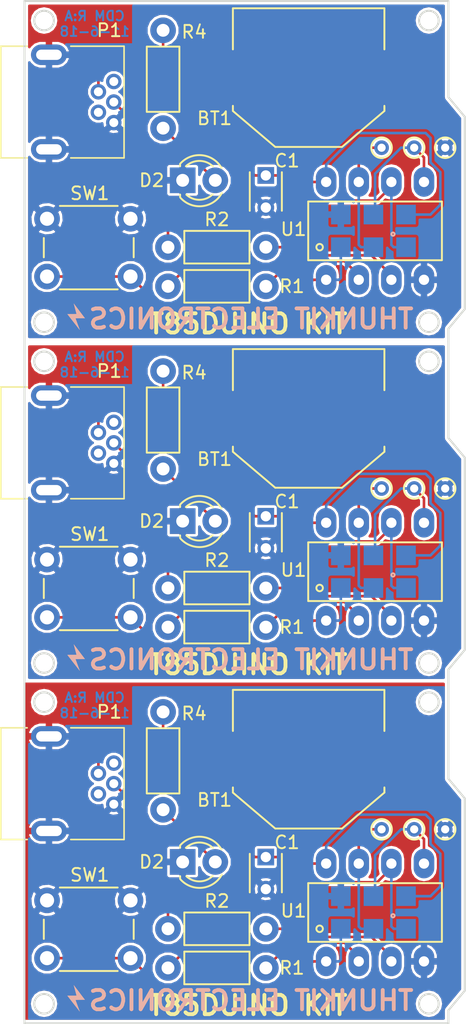
<source format=kicad_pcb>
(kicad_pcb (version 4) (host pcbnew 4.0.5+dfsg1-4)
  (title_block (title "MAKIT-THT Soldering Kit") (date 2018-05-13) (rev B) (company "Thunkit Electronics"))
  (layers (0 F.Cu signal) (31 B.Cu signal) (34 B.Paste user) (35 F.Paste user) (36 B.SilkS user) (37 F.SilkS user) (38 B.Mask user) (39 F.Mask user) (44 Edge.Cuts user))
  (net 0 "")
  (net 1 GND)
  (net 2 "Net-(D2-Pad2)")
  (net 3 "Net-(P1-Pad2)")
  (net 4 "Net-(P1-Pad1)")
  (net 5 "Net-(P1-Pad3)")
  (net 6 "Net-(R1-Pad1)")
  (net 7 "Net-(R2-Pad1)")
  (net 8 "Net-(P1-Pad4)")
  (net 9 VCC)
  (net 10 MOSI)
  (net 11 SCK)
  (net 12 MISO)
  (net 13 RST)
  (module "MOD:2.54 ICSP" (layer B.Cu) (at 173.482 73.533 180)
    (fp_text reference P2 hide)
    (fp_text value ICSP)
    (pad 2 connect rect (at -2.54 -2.54 180) (size 1.524 1.524) (layers B.Cu B.Mask) (net 9 VCC))
    (pad 4 connect rect (at 0 -2.54 180) (size 1.524 1.524) (layers B.Cu B.Mask) (net 10 MOSI))
    (pad 3 connect rect (at 0 -5.08 180) (size 1.524 1.524) (layers B.Cu B.Mask) (net 11 SCK))
    (pad 1 connect rect (at -2.54 -5.08 180) (size 1.524 1.524) (layers B.Cu B.Mask) (net 12 MISO))
    (pad 6 connect rect (at 2.54 -2.54 180) (size 1.524 1.524) (layers B.Cu B.Mask) (net 1 GND))
    (pad 5 connect rect (at 2.54 -5.08 180) (size 1.524 1.524) (layers B.Cu B.Mask) (net 13 RST))
  )
  (module MOD:lightning2 (layer B.Cu) (at 150.368 84.074)
    (fp_text reference G*** hide)
    (fp_text value LOGO hide)
  )
  (module Buttons_Switches_THT:SW_PUSH_6mm (layer F.Cu) (at 154.559 80.899 180)
    (fp_text reference SW1 (at 3.175 6.477 180) (layer F.SilkS))
    (fp_text value Push_SW)
    (pad 2 thru_hole circle (at 0 4.5 270) (size 2 2) (drill 1.1) (layers *.Cu *.Mask) (net 1 GND))
    (pad 1 thru_hole circle (at 0 0 270) (size 2 2) (drill 1.1) (layers *.Cu *.Mask) (net 13 RST))
    (pad 2 thru_hole circle (at 6.5 4.5 270) (size 2 2) (drill 1.1) (layers *.Cu *.Mask) (net 1 GND))
    (pad 1 thru_hole circle (at 6.5 0 270) (size 2 2) (drill 1.1) (layers *.Cu *.Mask) (net 13 RST))
  )
  (module MOD:TE_2172034-1 (layer F.Cu) (at 148.209 67.31 180)
    (fp_text reference P1 (at -4.699 5.588 180) (layer F.SilkS))
    (fp_text value USB_OTG hide)
    (fp_line (start -0.6 -4) (end 0.6 -4) (layer Edge.Cuts) (width 0.0001))
    (fp_line (start -0.6 -3.3) (end 0.6 -3.3) (layer Edge.Cuts) (width 0.0001))
    (fp_arc (start -0.6 -3.65) (end -0.95 -3.65) (angle 90) (layer Edge.Cuts) (width 0.0001))
    (fp_arc (start -0.6 -3.65) (end -0.6 -3.3) (angle 90) (layer Edge.Cuts) (width 0.0001))
    (fp_arc (start 0.6 -3.65) (end 0.95 -3.65) (angle 90) (layer Edge.Cuts) (width 0.0001))
    (fp_arc (start 0.6 -3.65) (end 0.6 -4) (angle 90) (layer Edge.Cuts) (width 0.0001))
    (fp_line (start -0.6 3.3) (end 0.6 3.3) (layer Edge.Cuts) (width 0.0001))
    (fp_line (start -0.6 4) (end 0.6 4) (layer Edge.Cuts) (width 0.0001))
    (fp_arc (start -0.6 3.65) (end -0.95 3.65) (angle 90) (layer Edge.Cuts) (width 0.0001))
    (fp_arc (start -0.6 3.65) (end -0.6 4) (angle 90) (layer Edge.Cuts) (width 0.0001))
    (fp_arc (start 0.6 3.65) (end 0.95 3.65) (angle 90) (layer Edge.Cuts) (width 0.0001))
    (fp_arc (start 0.6 3.65) (end 0.6 3.3) (angle 90) (layer Edge.Cuts) (width 0.0001))
    (pad 3 thru_hole circle (at -5.05 0 180) (size 1.208 1.208) (drill 0.7) (layers *.Cu *.Mask) (net 5 "Net-(P1-Pad3)"))
    (pad 5 thru_hole circle (at -5.05 -1.6 180) (size 1.208 1.208) (drill 0.7) (layers *.Cu *.Mask) (net 1 GND))
    (pad 2 thru_hole circle (at -3.85 0.8 180) (size 1.208 1.208) (drill 0.7) (layers *.Cu *.Mask) (net 3 "Net-(P1-Pad2)"))
    (pad 4 thru_hole circle (at -3.85 -0.8 180) (size 1.208 1.208) (drill 0.7) (layers *.Cu *.Mask) (net 8 "Net-(P1-Pad4)"))
    (pad 1 thru_hole circle (at -5.05 1.6 180) (size 1.208 1.208) (drill 0.7) (layers *.Cu *.Mask) (net 4 "Net-(P1-Pad1)"))
    (pad 6 thru_hole oval (at 0 -3.683 180) (size 2.8 1.6) (drill oval 2 0.8) (layers *.Cu *.Mask) (net 1 GND))
    (pad 6 thru_hole oval (at 0 3.683 180) (size 2.8 1.6) (drill oval 2 0.8) (layers *.Cu *.Mask) (net 1 GND))
  )
  (module MOD:Resistor_Horizontal_RM7mm (layer F.Cu) (at 165.1 78.613 180)
    (fp_text reference R2 (at 3.81 2.159 180) (layer F.SilkS))
    (fp_text value 68)
    (pad 1 thru_hole circle (at 0 0 180) (size 1.99898 1.99898) (drill 1.00076) (layers *.Cu *.Mask) (net 7 "Net-(R2-Pad1)"))
    (pad 2 thru_hole circle (at 7.62 0 180) (size 1.99898 1.99898) (drill 1.00076) (layers *.Cu *.Mask) (net 5 "Net-(P1-Pad3)"))
  )
  (module LEDs:LED-3MM (layer F.Cu) (at 158.623 73.406)
    (fp_text reference D2 (at -2.413 0) (layer F.SilkS))
    (fp_text value LED)
    (pad 1 thru_hole rect (at 0 0 90) (size 2 2) (drill 1.00076) (layers *.Cu *.Mask) (net 1 GND))
    (pad 2 thru_hole circle (at 2.54 0) (size 2 2) (drill 1.00076) (layers *.Cu *.Mask) (net 2 "Net-(D2-Pad2)"))
  )
  (module MOD:DIP-8 (layer F.Cu) (at 169.799 81.153 90)
    (fp_text reference U1 (at 3.937 -2.54 180) (layer F.SilkS))
    (fp_text value ATTINY85-P)
    (pad 1 thru_hole oval (at 0 0 90) (size 2.3 1.6) (drill 0.8) (layers *.Cu *.Mask) (net 13 RST))
    (pad 2 thru_hole oval (at 0 2.54 90) (size 2.3 1.6) (drill 0.8) (layers *.Cu *.Mask) (net 6 "Net-(R1-Pad1)"))
    (pad 3 thru_hole oval (at 0 5.08 90) (size 2.3 1.6) (drill 0.8) (layers *.Cu *.Mask) (net 7 "Net-(R2-Pad1)"))
    (pad 4 thru_hole oval (at 0 7.62 90) (size 2.3 1.6) (drill 0.8) (layers *.Cu *.Mask) (net 1 GND))
    (pad 5 thru_hole oval (at 7.62 7.62 90) (size 2.3 1.6) (drill 0.8) (layers *.Cu *.Mask) (net 10 MOSI))
    (pad 6 thru_hole oval (at 7.62 5.08 90) (size 2.3 1.6) (drill 0.8) (layers *.Cu *.Mask) (net 12 MISO))
    (pad 7 thru_hole oval (at 7.62 2.54 90) (size 2.3 1.6) (drill 0.8) (layers *.Cu *.Mask) (net 11 SCK))
    (pad 8 thru_hole oval (at 7.62 0 90) (size 2.3 1.6) (drill 0.8) (layers *.Cu *.Mask) (net 9 VCC))
  )
  (module Connectors:PINTST (layer F.Cu) (at 179.07 70.866)
    (fp_text reference TP3 hide)
    (fp_text value TEST)
    (pad 1 thru_hole circle (at 0 0) (size 1.143 1.143) (drill 0.635) (layers *.Cu *.Mask) (net 1 GND))
  )
  (module Capacitors_THT:C_Disc_D3_P2.5 (layer F.Cu) (at 165.1 73.025 270)
    (fp_text reference C1 (at -1.143 -1.651 360) (layer F.SilkS))
    (fp_text value C)
    (pad 1 thru_hole rect (at 0 0 270) (size 1.3 1.3) (drill 0.8) (layers *.Cu *.Mask) (net 9 VCC))
    (pad 2 thru_hole circle (at 2.5 0 270) (size 1.3 1.3) (drill 0.8001) (layers *.Cu *.Mask) (net 1 GND))
  )
  (module MOD:Resistor_Horizontal_RM7mm (layer F.Cu) (at 165.1 81.661 180)
    (fp_text reference R1 (at -2.032 0 180) (layer F.SilkS))
    (fp_text value 68)
    (pad 1 thru_hole circle (at 0 0 180) (size 1.99898 1.99898) (drill 1.00076) (layers *.Cu *.Mask) (net 6 "Net-(R1-Pad1)"))
    (pad 2 thru_hole circle (at 7.62 0 180) (size 1.99898 1.99898) (drill 1.00076) (layers *.Cu *.Mask) (net 3 "Net-(P1-Pad2)"))
  )
  (module Connectors:PINTST (layer F.Cu) (at 176.657 70.866)
    (fp_text reference TP1 hide)
    (fp_text value TEST)
    (pad 1 thru_hole circle (at 0 0) (size 1.143 1.143) (drill 0.635) (layers *.Cu *.Mask) (net 10 MOSI))
  )
  (module Connectors:PINTST (layer F.Cu) (at 174.117 70.866)
    (fp_text reference TP2 hide)
    (fp_text value TEST)
    (pad 1 thru_hole circle (at 0 0) (size 1.143 1.143) (drill 0.635) (layers *.Cu *.Mask) (net 11 SCK))
  )
  (module MOD:BK-870 (layer F.Cu) (at 168.436 65.305)
    (fp_text reference BT1 (at -7.332 3.275) (layer F.SilkS))
    (fp_text value CR1025)
    (pad 2 smd circle (at 0 0.1) (size 8 8) (layers F.Cu F.Mask) (net 1 GND))
    (pad 1 smd rect (at -7.4 0.1) (size 3 4) (layers F.Cu F.Mask) (net 9 VCC))
    (pad 3 smd rect (at 7.4 0.1) (size 3 4) (layers F.Cu F.Mask))
  )
  (module MOD:Resistor_Horizontal_RM7mm (layer F.Cu) (at 157.099 69.342 90)
    (fp_text reference R4 (at 7.493 2.413 360) (layer F.SilkS))
    (fp_text value 330)
    (pad 1 thru_hole circle (at 0 0 90) (size 1.99898 1.99898) (drill 1.00076) (layers *.Cu *.Mask) (net 2 "Net-(D2-Pad2)"))
    (pad 2 thru_hole circle (at 7.62 0 90) (size 1.99898 1.99898) (drill 1.00076) (layers *.Cu *.Mask) (net 12 MISO))
  )
  (module "MOD:2.54 ICSP" (layer B.Cu) (at 173.482 100.076 180)
    (fp_text reference P2 hide)
    (fp_text value ICSP)
    (pad 2 connect rect (at -2.54 -2.54 180) (size 1.524 1.524) (layers B.Cu B.Mask) (net 9 VCC))
    (pad 4 connect rect (at 0 -2.54 180) (size 1.524 1.524) (layers B.Cu B.Mask) (net 10 MOSI))
    (pad 3 connect rect (at 0 -5.08 180) (size 1.524 1.524) (layers B.Cu B.Mask) (net 11 SCK))
    (pad 1 connect rect (at -2.54 -5.08 180) (size 1.524 1.524) (layers B.Cu B.Mask) (net 12 MISO))
    (pad 6 connect rect (at 2.54 -2.54 180) (size 1.524 1.524) (layers B.Cu B.Mask) (net 1 GND))
    (pad 5 connect rect (at 2.54 -5.08 180) (size 1.524 1.524) (layers B.Cu B.Mask) (net 13 RST))
  )
  (module MOD:lightning2 (layer B.Cu) (at 150.368 110.617)
    (fp_text reference G*** hide)
    (fp_text value LOGO hide)
  )
  (module MOD:BK-870 (layer F.Cu) (at 168.436 91.848)
    (fp_text reference BT1 (at -7.332 3.275) (layer F.SilkS))
    (fp_text value CR1025)
    (pad 2 smd circle (at 0 0.1) (size 8 8) (layers F.Cu F.Mask) (net 1 GND))
    (pad 1 smd rect (at -7.4 0.1) (size 3 4) (layers F.Cu F.Mask) (net 9 VCC))
    (pad 3 smd rect (at 7.4 0.1) (size 3 4) (layers F.Cu F.Mask))
  )
  (module Capacitors_THT:C_Disc_D3_P2.5 (layer F.Cu) (at 165.1 99.568 270)
    (fp_text reference C1 (at -1.143 -1.651 360) (layer F.SilkS))
    (fp_text value C)
    (pad 1 thru_hole rect (at 0 0 270) (size 1.3 1.3) (drill 0.8) (layers *.Cu *.Mask) (net 9 VCC))
    (pad 2 thru_hole circle (at 2.5 0 270) (size 1.3 1.3) (drill 0.8001) (layers *.Cu *.Mask) (net 1 GND))
  )
  (module Connectors:PINTST (layer F.Cu) (at 174.117 97.409)
    (fp_text reference TP2 hide)
    (fp_text value TEST)
    (pad 1 thru_hole circle (at 0 0) (size 1.143 1.143) (drill 0.635) (layers *.Cu *.Mask) (net 11 SCK))
  )
  (module Connectors:PINTST (layer F.Cu) (at 176.657 97.409)
    (fp_text reference TP1 hide)
    (fp_text value TEST)
    (pad 1 thru_hole circle (at 0 0) (size 1.143 1.143) (drill 0.635) (layers *.Cu *.Mask) (net 10 MOSI))
  )
  (module Connectors:PINTST (layer F.Cu) (at 179.07 97.409)
    (fp_text reference TP3 hide)
    (fp_text value TEST)
    (pad 1 thru_hole circle (at 0 0) (size 1.143 1.143) (drill 0.635) (layers *.Cu *.Mask) (net 1 GND))
  )
  (module MOD:DIP-8 (layer F.Cu) (at 169.799 107.696 90)
    (fp_text reference U1 (at 3.937 -2.54 180) (layer F.SilkS))
    (fp_text value ATTINY85-P)
    (pad 1 thru_hole oval (at 0 0 90) (size 2.3 1.6) (drill 0.8) (layers *.Cu *.Mask) (net 13 RST))
    (pad 2 thru_hole oval (at 0 2.54 90) (size 2.3 1.6) (drill 0.8) (layers *.Cu *.Mask) (net 6 "Net-(R1-Pad1)"))
    (pad 3 thru_hole oval (at 0 5.08 90) (size 2.3 1.6) (drill 0.8) (layers *.Cu *.Mask) (net 7 "Net-(R2-Pad1)"))
    (pad 4 thru_hole oval (at 0 7.62 90) (size 2.3 1.6) (drill 0.8) (layers *.Cu *.Mask) (net 1 GND))
    (pad 5 thru_hole oval (at 7.62 7.62 90) (size 2.3 1.6) (drill 0.8) (layers *.Cu *.Mask) (net 10 MOSI))
    (pad 6 thru_hole oval (at 7.62 5.08 90) (size 2.3 1.6) (drill 0.8) (layers *.Cu *.Mask) (net 12 MISO))
    (pad 7 thru_hole oval (at 7.62 2.54 90) (size 2.3 1.6) (drill 0.8) (layers *.Cu *.Mask) (net 11 SCK))
    (pad 8 thru_hole oval (at 7.62 0 90) (size 2.3 1.6) (drill 0.8) (layers *.Cu *.Mask) (net 9 VCC))
  )
  (module MOD:Resistor_Horizontal_RM7mm (layer F.Cu) (at 165.1 108.204 180)
    (fp_text reference R1 (at -2.032 0 180) (layer F.SilkS))
    (fp_text value 68)
    (pad 1 thru_hole circle (at 0 0 180) (size 1.99898 1.99898) (drill 1.00076) (layers *.Cu *.Mask) (net 6 "Net-(R1-Pad1)"))
    (pad 2 thru_hole circle (at 7.62 0 180) (size 1.99898 1.99898) (drill 1.00076) (layers *.Cu *.Mask) (net 3 "Net-(P1-Pad2)"))
  )
  (module Buttons_Switches_THT:SW_PUSH_6mm (layer F.Cu) (at 154.559 107.442 180)
    (fp_text reference SW1 (at 3.175 6.477 180) (layer F.SilkS))
    (fp_text value Push_SW)
    (pad 2 thru_hole circle (at 0 4.5 270) (size 2 2) (drill 1.1) (layers *.Cu *.Mask) (net 1 GND))
    (pad 1 thru_hole circle (at 0 0 270) (size 2 2) (drill 1.1) (layers *.Cu *.Mask) (net 13 RST))
    (pad 2 thru_hole circle (at 6.5 4.5 270) (size 2 2) (drill 1.1) (layers *.Cu *.Mask) (net 1 GND))
    (pad 1 thru_hole circle (at 6.5 0 270) (size 2 2) (drill 1.1) (layers *.Cu *.Mask) (net 13 RST))
  )
  (module MOD:Resistor_Horizontal_RM7mm (layer F.Cu) (at 157.099 95.885 90)
    (fp_text reference R4 (at 7.493 2.413 360) (layer F.SilkS))
    (fp_text value 330)
    (pad 1 thru_hole circle (at 0 0 90) (size 1.99898 1.99898) (drill 1.00076) (layers *.Cu *.Mask) (net 2 "Net-(D2-Pad2)"))
    (pad 2 thru_hole circle (at 7.62 0 90) (size 1.99898 1.99898) (drill 1.00076) (layers *.Cu *.Mask) (net 12 MISO))
  )
  (module MOD:TE_2172034-1 (layer F.Cu) (at 148.209 93.853 180)
    (fp_text reference P1 (at -4.699 5.588 180) (layer F.SilkS))
    (fp_text value USB_OTG hide)
    (fp_line (start -0.6 -4) (end 0.6 -4) (layer Edge.Cuts) (width 0.0001))
    (fp_line (start -0.6 -3.3) (end 0.6 -3.3) (layer Edge.Cuts) (width 0.0001))
    (fp_arc (start -0.6 -3.65) (end -0.95 -3.65) (angle 90) (layer Edge.Cuts) (width 0.0001))
    (fp_arc (start -0.6 -3.65) (end -0.6 -3.3) (angle 90) (layer Edge.Cuts) (width 0.0001))
    (fp_arc (start 0.6 -3.65) (end 0.95 -3.65) (angle 90) (layer Edge.Cuts) (width 0.0001))
    (fp_arc (start 0.6 -3.65) (end 0.6 -4) (angle 90) (layer Edge.Cuts) (width 0.0001))
    (fp_line (start -0.6 3.3) (end 0.6 3.3) (layer Edge.Cuts) (width 0.0001))
    (fp_line (start -0.6 4) (end 0.6 4) (layer Edge.Cuts) (width 0.0001))
    (fp_arc (start -0.6 3.65) (end -0.95 3.65) (angle 90) (layer Edge.Cuts) (width 0.0001))
    (fp_arc (start -0.6 3.65) (end -0.6 4) (angle 90) (layer Edge.Cuts) (width 0.0001))
    (fp_arc (start 0.6 3.65) (end 0.95 3.65) (angle 90) (layer Edge.Cuts) (width 0.0001))
    (fp_arc (start 0.6 3.65) (end 0.6 3.3) (angle 90) (layer Edge.Cuts) (width 0.0001))
    (pad 3 thru_hole circle (at -5.05 0 180) (size 1.208 1.208) (drill 0.7) (layers *.Cu *.Mask) (net 5 "Net-(P1-Pad3)"))
    (pad 5 thru_hole circle (at -5.05 -1.6 180) (size 1.208 1.208) (drill 0.7) (layers *.Cu *.Mask) (net 1 GND))
    (pad 2 thru_hole circle (at -3.85 0.8 180) (size 1.208 1.208) (drill 0.7) (layers *.Cu *.Mask) (net 3 "Net-(P1-Pad2)"))
    (pad 4 thru_hole circle (at -3.85 -0.8 180) (size 1.208 1.208) (drill 0.7) (layers *.Cu *.Mask) (net 8 "Net-(P1-Pad4)"))
    (pad 1 thru_hole circle (at -5.05 1.6 180) (size 1.208 1.208) (drill 0.7) (layers *.Cu *.Mask) (net 4 "Net-(P1-Pad1)"))
    (pad 6 thru_hole oval (at 0 -3.683 180) (size 2.8 1.6) (drill oval 2 0.8) (layers *.Cu *.Mask) (net 1 GND))
    (pad 6 thru_hole oval (at 0 3.683 180) (size 2.8 1.6) (drill oval 2 0.8) (layers *.Cu *.Mask) (net 1 GND))
  )
  (module LEDs:LED-3MM (layer F.Cu) (at 158.623 99.949)
    (fp_text reference D2 (at -2.413 0) (layer F.SilkS))
    (fp_text value LED)
    (pad 1 thru_hole rect (at 0 0 90) (size 2 2) (drill 1.00076) (layers *.Cu *.Mask) (net 1 GND))
    (pad 2 thru_hole circle (at 2.54 0) (size 2 2) (drill 1.00076) (layers *.Cu *.Mask) (net 2 "Net-(D2-Pad2)"))
  )
  (module MOD:Resistor_Horizontal_RM7mm (layer F.Cu) (at 165.1 105.156 180)
    (fp_text reference R2 (at 3.81 2.159 180) (layer F.SilkS))
    (fp_text value 68)
    (pad 1 thru_hole circle (at 0 0 180) (size 1.99898 1.99898) (drill 1.00076) (layers *.Cu *.Mask) (net 7 "Net-(R2-Pad1)"))
    (pad 2 thru_hole circle (at 7.62 0 180) (size 1.99898 1.99898) (drill 1.00076) (layers *.Cu *.Mask) (net 5 "Net-(P1-Pad3)"))
  )
  (module LEDs:LED-3MM (layer F.Cu) (at 158.623 126.492)
    (fp_text reference D2 (at -2.413 0) (layer F.SilkS))
    (fp_text value LED)
    (pad 1 thru_hole rect (at 0 0 90) (size 2 2) (drill 1.00076) (layers *.Cu *.Mask) (net 1 GND))
    (pad 2 thru_hole circle (at 2.54 0) (size 2 2) (drill 1.00076) (layers *.Cu *.Mask) (net 2 "Net-(D2-Pad2)"))
  )
  (module Buttons_Switches_THT:SW_PUSH_6mm (layer F.Cu) (at 154.559 133.985 180)
    (fp_text reference SW1 (at 3.175 6.477 180) (layer F.SilkS))
    (fp_text value Push_SW)
    (pad 2 thru_hole circle (at 0 4.5 270) (size 2 2) (drill 1.1) (layers *.Cu *.Mask) (net 1 GND))
    (pad 1 thru_hole circle (at 0 0 270) (size 2 2) (drill 1.1) (layers *.Cu *.Mask) (net 13 RST))
    (pad 2 thru_hole circle (at 6.5 4.5 270) (size 2 2) (drill 1.1) (layers *.Cu *.Mask) (net 1 GND))
    (pad 1 thru_hole circle (at 6.5 0 270) (size 2 2) (drill 1.1) (layers *.Cu *.Mask) (net 13 RST))
  )
  (module MOD:BK-870 (layer F.Cu) (at 168.436 118.391)
    (fp_text reference BT1 (at -7.332 3.275) (layer F.SilkS))
    (fp_text value CR1025)
    (pad 2 smd circle (at 0 0.1) (size 8 8) (layers F.Cu F.Mask) (net 1 GND))
    (pad 1 smd rect (at -7.4 0.1) (size 3 4) (layers F.Cu F.Mask) (net 9 VCC))
    (pad 3 smd rect (at 7.4 0.1) (size 3 4) (layers F.Cu F.Mask))
  )
  (module Capacitors_THT:C_Disc_D3_P2.5 (layer F.Cu) (at 165.1 126.111 270)
    (fp_text reference C1 (at -1.143 -1.651 360) (layer F.SilkS))
    (fp_text value C)
    (pad 1 thru_hole rect (at 0 0 270) (size 1.3 1.3) (drill 0.8) (layers *.Cu *.Mask) (net 9 VCC))
    (pad 2 thru_hole circle (at 2.5 0 270) (size 1.3 1.3) (drill 0.8001) (layers *.Cu *.Mask) (net 1 GND))
  )
  (module MOD:lightning2 (layer B.Cu) (at 150.368 137.16)
    (fp_text reference G*** hide)
    (fp_text value LOGO hide)
  )
  (module Connectors:PINTST (layer F.Cu) (at 176.657 123.952)
    (fp_text reference TP1 hide)
    (fp_text value TEST)
    (pad 1 thru_hole circle (at 0 0) (size 1.143 1.143) (drill 0.635) (layers *.Cu *.Mask) (net 10 MOSI))
  )
  (module Connectors:PINTST (layer F.Cu) (at 174.117 123.952)
    (fp_text reference TP2 hide)
    (fp_text value TEST)
    (pad 1 thru_hole circle (at 0 0) (size 1.143 1.143) (drill 0.635) (layers *.Cu *.Mask) (net 11 SCK))
  )
  (module Connectors:PINTST (layer F.Cu) (at 179.07 123.952)
    (fp_text reference TP3 hide)
    (fp_text value TEST)
    (pad 1 thru_hole circle (at 0 0) (size 1.143 1.143) (drill 0.635) (layers *.Cu *.Mask) (net 1 GND))
  )
  (module MOD:TE_2172034-1 (layer F.Cu) (at 148.209 120.396 180)
    (fp_text reference P1 (at -4.699 5.588 180) (layer F.SilkS))
    (fp_text value USB_OTG hide)
    (fp_line (start -0.6 -4) (end 0.6 -4) (layer Edge.Cuts) (width 0.0001))
    (fp_line (start -0.6 -3.3) (end 0.6 -3.3) (layer Edge.Cuts) (width 0.0001))
    (fp_arc (start -0.6 -3.65) (end -0.95 -3.65) (angle 90) (layer Edge.Cuts) (width 0.0001))
    (fp_arc (start -0.6 -3.65) (end -0.6 -3.3) (angle 90) (layer Edge.Cuts) (width 0.0001))
    (fp_arc (start 0.6 -3.65) (end 0.95 -3.65) (angle 90) (layer Edge.Cuts) (width 0.0001))
    (fp_arc (start 0.6 -3.65) (end 0.6 -4) (angle 90) (layer Edge.Cuts) (width 0.0001))
    (fp_line (start -0.6 3.3) (end 0.6 3.3) (layer Edge.Cuts) (width 0.0001))
    (fp_line (start -0.6 4) (end 0.6 4) (layer Edge.Cuts) (width 0.0001))
    (fp_arc (start -0.6 3.65) (end -0.95 3.65) (angle 90) (layer Edge.Cuts) (width 0.0001))
    (fp_arc (start -0.6 3.65) (end -0.6 4) (angle 90) (layer Edge.Cuts) (width 0.0001))
    (fp_arc (start 0.6 3.65) (end 0.95 3.65) (angle 90) (layer Edge.Cuts) (width 0.0001))
    (fp_arc (start 0.6 3.65) (end 0.6 3.3) (angle 90) (layer Edge.Cuts) (width 0.0001))
    (pad 3 thru_hole circle (at -5.05 0 180) (size 1.208 1.208) (drill 0.7) (layers *.Cu *.Mask) (net 5 "Net-(P1-Pad3)"))
    (pad 5 thru_hole circle (at -5.05 -1.6 180) (size 1.208 1.208) (drill 0.7) (layers *.Cu *.Mask) (net 1 GND))
    (pad 2 thru_hole circle (at -3.85 0.8 180) (size 1.208 1.208) (drill 0.7) (layers *.Cu *.Mask) (net 3 "Net-(P1-Pad2)"))
    (pad 4 thru_hole circle (at -3.85 -0.8 180) (size 1.208 1.208) (drill 0.7) (layers *.Cu *.Mask) (net 8 "Net-(P1-Pad4)"))
    (pad 1 thru_hole circle (at -5.05 1.6 180) (size 1.208 1.208) (drill 0.7) (layers *.Cu *.Mask) (net 4 "Net-(P1-Pad1)"))
    (pad 6 thru_hole oval (at 0 -3.683 180) (size 2.8 1.6) (drill oval 2 0.8) (layers *.Cu *.Mask) (net 1 GND))
    (pad 6 thru_hole oval (at 0 3.683 180) (size 2.8 1.6) (drill oval 2 0.8) (layers *.Cu *.Mask) (net 1 GND))
  )
  (module MOD:Resistor_Horizontal_RM7mm (layer F.Cu) (at 157.099 122.428 90)
    (fp_text reference R4 (at 7.493 2.413 360) (layer F.SilkS))
    (fp_text value 330)
    (pad 1 thru_hole circle (at 0 0 90) (size 1.99898 1.99898) (drill 1.00076) (layers *.Cu *.Mask) (net 2 "Net-(D2-Pad2)"))
    (pad 2 thru_hole circle (at 7.62 0 90) (size 1.99898 1.99898) (drill 1.00076) (layers *.Cu *.Mask) (net 12 MISO))
  )
  (module MOD:Resistor_Horizontal_RM7mm (layer F.Cu) (at 165.1 131.699 180)
    (fp_text reference R2 (at 3.81 2.159 180) (layer F.SilkS))
    (fp_text value 68)
    (pad 1 thru_hole circle (at 0 0 180) (size 1.99898 1.99898) (drill 1.00076) (layers *.Cu *.Mask) (net 7 "Net-(R2-Pad1)"))
    (pad 2 thru_hole circle (at 7.62 0 180) (size 1.99898 1.99898) (drill 1.00076) (layers *.Cu *.Mask) (net 5 "Net-(P1-Pad3)"))
  )
  (module MOD:Resistor_Horizontal_RM7mm (layer F.Cu) (at 165.1 134.747 180)
    (fp_text reference R1 (at -2.032 0 180) (layer F.SilkS))
    (fp_text value 68)
    (pad 1 thru_hole circle (at 0 0 180) (size 1.99898 1.99898) (drill 1.00076) (layers *.Cu *.Mask) (net 6 "Net-(R1-Pad1)"))
    (pad 2 thru_hole circle (at 7.62 0 180) (size 1.99898 1.99898) (drill 1.00076) (layers *.Cu *.Mask) (net 3 "Net-(P1-Pad2)"))
  )
  (module MOD:DIP-8 (layer F.Cu) (at 169.799 134.239 90)
    (fp_text reference U1 (at 3.937 -2.54 180) (layer F.SilkS))
    (fp_text value ATTINY85-P)
    (pad 1 thru_hole oval (at 0 0 90) (size 2.3 1.6) (drill 0.8) (layers *.Cu *.Mask) (net 13 RST))
    (pad 2 thru_hole oval (at 0 2.54 90) (size 2.3 1.6) (drill 0.8) (layers *.Cu *.Mask) (net 6 "Net-(R1-Pad1)"))
    (pad 3 thru_hole oval (at 0 5.08 90) (size 2.3 1.6) (drill 0.8) (layers *.Cu *.Mask) (net 7 "Net-(R2-Pad1)"))
    (pad 4 thru_hole oval (at 0 7.62 90) (size 2.3 1.6) (drill 0.8) (layers *.Cu *.Mask) (net 1 GND))
    (pad 5 thru_hole oval (at 7.62 7.62 90) (size 2.3 1.6) (drill 0.8) (layers *.Cu *.Mask) (net 10 MOSI))
    (pad 6 thru_hole oval (at 7.62 5.08 90) (size 2.3 1.6) (drill 0.8) (layers *.Cu *.Mask) (net 12 MISO))
    (pad 7 thru_hole oval (at 7.62 2.54 90) (size 2.3 1.6) (drill 0.8) (layers *.Cu *.Mask) (net 11 SCK))
    (pad 8 thru_hole oval (at 7.62 0 90) (size 2.3 1.6) (drill 0.8) (layers *.Cu *.Mask) (net 9 VCC))
  )
  (module "MOD:2.54 ICSP" (layer B.Cu) (at 173.482 126.619 180)
    (fp_text reference P2 hide)
    (fp_text value ICSP)
    (pad 2 connect rect (at -2.54 -2.54 180) (size 1.524 1.524) (layers B.Cu B.Mask) (net 9 VCC))
    (pad 4 connect rect (at 0 -2.54 180) (size 1.524 1.524) (layers B.Cu B.Mask) (net 10 MOSI))
    (pad 3 connect rect (at 0 -5.08 180) (size 1.524 1.524) (layers B.Cu B.Mask) (net 11 SCK))
    (pad 1 connect rect (at -2.54 -5.08 180) (size 1.524 1.524) (layers B.Cu B.Mask) (net 12 MISO))
    (pad 6 connect rect (at 2.54 -2.54 180) (size 1.524 1.524) (layers B.Cu B.Mask) (net 1 GND))
    (pad 5 connect rect (at 2.54 -5.08 180) (size 1.524 1.524) (layers B.Cu B.Mask) (net 13 RST))
  )
  (gr_line (start 146.304 59.436) (end 146.304 139.065) (layer Edge.Cuts) (width 0.15))
  (gr_text "THUNKIT ELECTRONICS" (at 163.957 84.201) (layer B.SilkS) (effects (font (size 1.5 1.5) (thickness 0.3)) (justify mirror)))
  (gr_text "CDM R:A\n11-6-18" (at 151.765 61.214) (layer B.Cu) (effects (font (size 0.75 0.75)) (justify mirror)))
  (gr_text "T85DUINO KIT" (at 163.703 84.582) (layer F.SilkS) (effects (font (size 1.5 1.5) (thickness 0.3))))
  (gr_line (start 179.324 84.963) (end 179.324 85.979) (layer Edge.Cuts) (width 0.15))
  (gr_circle (center 177.8 84.455) (end 178.562 84.455) (layer Edge.Cuts) (width 0.15))
  (gr_circle (center 147.828 84.455) (end 148.59 84.455) (layer Edge.Cuts) (width 0.15))
  (gr_line (start 180.594 68.453) (end 180.594 83.439) (layer Edge.Cuts) (width 0.15))
  (gr_circle (center 177.8 60.96) (end 178.562 60.96) (layer Edge.Cuts) (width 0.15))
  (gr_line (start 179.324 59.436) (end 179.324 66.929) (layer Edge.Cuts) (width 0.15))
  (gr_line (start 179.324 66.929) (end 180.594 68.453) (layer Edge.Cuts) (width 0.15))
  (gr_line (start 146.304 59.436) (end 179.324 59.436) (layer Edge.Cuts) (width 0.15))
  (gr_circle (center 147.828 60.96) (end 148.59 60.96) (layer Edge.Cuts) (width 0.15))
  (gr_line (start 180.594 83.439) (end 179.324 84.963) (layer Edge.Cuts) (width 0.15))
  (gr_text "THUNKIT ELECTRONICS" (at 163.957 110.744) (layer B.SilkS) (effects (font (size 1.5 1.5) (thickness 0.3)) (justify mirror)))
  (gr_text "CDM R:A\n11-6-18" (at 151.765 87.757) (layer B.Cu) (effects (font (size 0.75 0.75)) (justify mirror)))
  (gr_line (start 180.594 94.996) (end 180.594 109.982) (layer Edge.Cuts) (width 0.15))
  (gr_line (start 180.594 109.982) (end 179.324 111.506) (layer Edge.Cuts) (width 0.15))
  (gr_circle (center 177.8 110.998) (end 178.562 110.998) (layer Edge.Cuts) (width 0.15))
  (gr_line (start 179.324 111.506) (end 179.324 112.522) (layer Edge.Cuts) (width 0.15))
  (gr_line (start 179.324 93.472) (end 180.594 94.996) (layer Edge.Cuts) (width 0.15))
  (gr_circle (center 177.8 87.503) (end 178.562 87.503) (layer Edge.Cuts) (width 0.15))
  (gr_line (start 179.324 85.979) (end 179.324 93.472) (layer Edge.Cuts) (width 0.15))
  (gr_circle (center 147.828 87.503) (end 148.59 87.503) (layer Edge.Cuts) (width 0.15))
  (gr_circle (center 147.828 110.998) (end 148.59 110.998) (layer Edge.Cuts) (width 0.15))
  (gr_text "T85DUINO KIT" (at 163.703 111.125) (layer F.SilkS) (effects (font (size 1.5 1.5) (thickness 0.3))))
  (gr_text "CDM R:A\n11-6-18" (at 151.765 114.3) (layer B.Cu) (effects (font (size 0.75 0.75)) (justify mirror)))
  (gr_text "T85DUINO KIT" (at 163.703 137.668) (layer F.SilkS) (effects (font (size 1.5 1.5) (thickness 0.3))))
  (gr_text "THUNKIT ELECTRONICS" (at 163.957 137.287) (layer B.SilkS) (effects (font (size 1.5 1.5) (thickness 0.3)) (justify mirror)))
  (gr_circle (center 177.8 114.046) (end 178.562 114.046) (layer Edge.Cuts) (width 0.15))
  (gr_circle (center 177.8 137.541) (end 178.562 137.541) (layer Edge.Cuts) (width 0.15))
  (gr_circle (center 147.828 114.046) (end 148.59 114.046) (layer Edge.Cuts) (width 0.15))
  (gr_line (start 179.324 112.522) (end 179.324 120.015) (layer Edge.Cuts) (width 0.15))
  (gr_line (start 179.324 120.015) (end 180.594 121.539) (layer Edge.Cuts) (width 0.15))
  (gr_circle (center 147.828 137.541) (end 148.59 137.541) (layer Edge.Cuts) (width 0.15))
  (gr_line (start 179.324 138.049) (end 179.324 139.065) (layer Edge.Cuts) (width 0.15))
  (gr_line (start 180.594 136.525) (end 179.324 138.049) (layer Edge.Cuts) (width 0.15))
  (gr_line (start 180.594 121.539) (end 180.594 136.525) (layer Edge.Cuts) (width 0.15))
  (gr_line (start 179.324 139.065) (end 146.304 139.065) (layer Edge.Cuts) (width 0.15))
  (segment (start 152.655001 69.513999) (end 152.482001 69.513999) (width 0.2032) (layer B.Cu) (net 1))
  (segment (start 153.259 68.91) (end 152.655001 69.513999) (width 0.2032) (layer B.Cu) (net 1))
  (segment (start 152.482001 69.513999) (end 151.003 70.993) (width 0.2032) (layer B.Cu) (net 1))
  (segment (start 151.003 70.993) (end 148.209 70.993) (width 0.2032) (layer B.Cu) (net 1))
  (segment (start 148.209 64.6302) (end 148.209 70.993) (width 0.2032) (layer B.Cu) (net 1))
  (segment (start 148.209 63.627) (end 148.209 64.6302) (width 0.2032) (layer B.Cu) (net 1))
  (segment (start 148.209 90.17) (end 148.209 91.1732) (width 0.2032) (layer B.Cu) (net 1))
  (segment (start 151.003 97.536) (end 148.209 97.536) (width 0.2032) (layer B.Cu) (net 1))
  (segment (start 152.482001 96.056999) (end 151.003 97.536) (width 0.2032) (layer B.Cu) (net 1))
  (segment (start 152.655001 96.056999) (end 152.482001 96.056999) (width 0.2032) (layer B.Cu) (net 1))
  (segment (start 153.259 95.453) (end 152.655001 96.056999) (width 0.2032) (layer B.Cu) (net 1))
  (segment (start 148.209 91.1732) (end 148.209 97.536) (width 0.2032) (layer B.Cu) (net 1))
  (segment (start 152.482001 122.599999) (end 151.003 124.079) (width 0.2032) (layer B.Cu) (net 1))
  (segment (start 151.003 124.079) (end 148.209 124.079) (width 0.2032) (layer B.Cu) (net 1))
  (segment (start 153.259 121.996) (end 152.655001 122.599999) (width 0.2032) (layer B.Cu) (net 1))
  (segment (start 152.655001 122.599999) (end 152.482001 122.599999) (width 0.2032) (layer B.Cu) (net 1))
  (segment (start 148.209 116.713) (end 148.209 117.7162) (width 0.2032) (layer B.Cu) (net 1))
  (segment (start 148.209 117.7162) (end 148.209 124.079) (width 0.2032) (layer B.Cu) (net 1))
  (segment (start 158.242 70.485) (end 157.099 69.342) (width 0.2032) (layer F.Cu) (net 2))
  (segment (start 161.163 73.406) (end 158.242 70.485) (width 0.2032) (layer F.Cu) (net 2))
  (segment (start 161.163 99.949) (end 158.242 97.028) (width 0.2032) (layer F.Cu) (net 2))
  (segment (start 158.242 97.028) (end 157.099 95.885) (width 0.2032) (layer F.Cu) (net 2))
  (segment (start 158.242 123.571) (end 157.099 122.428) (width 0.2032) (layer F.Cu) (net 2))
  (segment (start 161.163 126.492) (end 158.242 123.571) (width 0.2032) (layer F.Cu) (net 2))
  (segment (start 152.059 65.564974) (end 152.059 65.655816) (width 0.2032) (layer F.Cu) (net 3))
  (segment (start 152.059 65.655816) (end 152.059 66.51) (width 0.2032) (layer F.Cu) (net 3))
  (segment (start 152.822775 64.801199) (end 152.059 65.564974) (width 0.2032) (layer F.Cu) (net 3))
  (segment (start 153.695225 64.801199) (end 152.822775 64.801199) (width 0.2032) (layer F.Cu) (net 3))
  (segment (start 154.813 65.918974) (end 153.695225 64.801199) (width 0.2032) (layer F.Cu) (net 3))
  (segment (start 158.877 77.851) (end 154.813 73.787) (width 0.2032) (layer F.Cu) (net 3))
  (segment (start 158.877 80.264) (end 158.877 77.851) (width 0.2032) (layer F.Cu) (net 3))
  (segment (start 157.48 81.661) (end 158.877 80.264) (width 0.2032) (layer F.Cu) (net 3))
  (segment (start 154.813 73.787) (end 154.813 65.918974) (width 0.2032) (layer F.Cu) (net 3))
  (segment (start 154.813 100.33) (end 154.813 92.461974) (width 0.2032) (layer F.Cu) (net 3))
  (segment (start 152.059 92.198816) (end 152.059 93.053) (width 0.2032) (layer F.Cu) (net 3))
  (segment (start 152.059 92.107974) (end 152.059 92.198816) (width 0.2032) (layer F.Cu) (net 3))
  (segment (start 152.822775 91.344199) (end 152.059 92.107974) (width 0.2032) (layer F.Cu) (net 3))
  (segment (start 153.695225 91.344199) (end 152.822775 91.344199) (width 0.2032) (layer F.Cu) (net 3))
  (segment (start 154.813 92.461974) (end 153.695225 91.344199) (width 0.2032) (layer F.Cu) (net 3))
  (segment (start 158.877 106.807) (end 158.877 104.394) (width 0.2032) (layer F.Cu) (net 3))
  (segment (start 158.877 104.394) (end 154.813 100.33) (width 0.2032) (layer F.Cu) (net 3))
  (segment (start 157.48 108.204) (end 158.877 106.807) (width 0.2032) (layer F.Cu) (net 3))
  (segment (start 154.813 126.873) (end 154.813 119.004974) (width 0.2032) (layer F.Cu) (net 3))
  (segment (start 154.813 119.004974) (end 153.695225 117.887199) (width 0.2032) (layer F.Cu) (net 3))
  (segment (start 153.695225 117.887199) (end 152.822775 117.887199) (width 0.2032) (layer F.Cu) (net 3))
  (segment (start 152.822775 117.887199) (end 152.059 118.650974) (width 0.2032) (layer F.Cu) (net 3))
  (segment (start 152.059 118.650974) (end 152.059 118.741816) (width 0.2032) (layer F.Cu) (net 3))
  (segment (start 152.059 118.741816) (end 152.059 119.596) (width 0.2032) (layer F.Cu) (net 3))
  (segment (start 158.877 130.937) (end 154.813 126.873) (width 0.2032) (layer F.Cu) (net 3))
  (segment (start 158.877 133.35) (end 158.877 130.937) (width 0.2032) (layer F.Cu) (net 3))
  (segment (start 157.48 134.747) (end 158.877 133.35) (width 0.2032) (layer F.Cu) (net 3))
  (segment (start 154.406589 68.457589) (end 153.862999 67.913999) (width 0.2032) (layer F.Cu) (net 5))
  (segment (start 153.862999 67.913999) (end 153.259 67.31) (width 0.2032) (layer F.Cu) (net 5))
  (segment (start 157.48 78.613) (end 157.48 77.199508) (width 0.2032) (layer F.Cu) (net 5))
  (segment (start 157.48 77.199508) (end 154.406589 74.126097) (width 0.2032) (layer F.Cu) (net 5))
  (segment (start 154.406589 74.126097) (end 154.406589 68.457589) (width 0.2032) (layer F.Cu) (net 5))
  (segment (start 154.406589 95.000589) (end 153.862999 94.456999) (width 0.2032) (layer F.Cu) (net 5))
  (segment (start 153.862999 94.456999) (end 153.259 93.853) (width 0.2032) (layer F.Cu) (net 5))
  (segment (start 157.48 105.156) (end 157.48 103.742508) (width 0.2032) (layer F.Cu) (net 5))
  (segment (start 157.48 103.742508) (end 154.406589 100.669097) (width 0.2032) (layer F.Cu) (net 5))
  (segment (start 154.406589 100.669097) (end 154.406589 95.000589) (width 0.2032) (layer F.Cu) (net 5))
  (segment (start 154.406589 121.543589) (end 153.862999 120.999999) (width 0.2032) (layer F.Cu) (net 5))
  (segment (start 154.406589 127.212097) (end 154.406589 121.543589) (width 0.2032) (layer F.Cu) (net 5))
  (segment (start 157.48 130.285508) (end 154.406589 127.212097) (width 0.2032) (layer F.Cu) (net 5))
  (segment (start 157.48 131.699) (end 157.48 130.285508) (width 0.2032) (layer F.Cu) (net 5))
  (segment (start 153.862999 120.999999) (end 153.259 120.396) (width 0.2032) (layer F.Cu) (net 5))
  (segment (start 171.23419 79.69819) (end 172.339 80.803) (width 0.2032) (layer F.Cu) (net 6))
  (segment (start 172.339 80.803) (end 172.339 81.153) (width 0.2032) (layer F.Cu) (net 6))
  (segment (start 167.06281 79.69819) (end 171.23419 79.69819) (width 0.2032) (layer F.Cu) (net 6))
  (segment (start 165.1 81.661) (end 167.06281 79.69819) (width 0.2032) (layer F.Cu) (net 6))
  (segment (start 172.339 107.346) (end 172.339 107.696) (width 0.2032) (layer F.Cu) (net 6))
  (segment (start 171.23419 106.24119) (end 172.339 107.346) (width 0.2032) (layer F.Cu) (net 6))
  (segment (start 167.06281 106.24119) (end 171.23419 106.24119) (width 0.2032) (layer F.Cu) (net 6))
  (segment (start 165.1 108.204) (end 167.06281 106.24119) (width 0.2032) (layer F.Cu) (net 6))
  (segment (start 165.1 134.747) (end 167.06281 132.78419) (width 0.2032) (layer F.Cu) (net 6))
  (segment (start 167.06281 132.78419) (end 171.23419 132.78419) (width 0.2032) (layer F.Cu) (net 6))
  (segment (start 172.339 133.889) (end 172.339 134.239) (width 0.2032) (layer F.Cu) (net 6))
  (segment (start 171.23419 132.78419) (end 172.339 133.889) (width 0.2032) (layer F.Cu) (net 6))
  (segment (start 174.879 80.803) (end 174.879 81.153) (width 0.2032) (layer F.Cu) (net 7))
  (segment (start 173.324 79.248) (end 174.879 80.803) (width 0.2032) (layer F.Cu) (net 7))
  (segment (start 167.148492 79.248) (end 173.324 79.248) (width 0.2032) (layer F.Cu) (net 7))
  (segment (start 166.513492 78.613) (end 167.148492 79.248) (width 0.2032) (layer F.Cu) (net 7))
  (segment (start 165.1 78.613) (end 166.513492 78.613) (width 0.2032) (layer F.Cu) (net 7))
  (segment (start 174.879 107.346) (end 174.879 107.696) (width 0.2032) (layer F.Cu) (net 7))
  (segment (start 173.324 105.791) (end 174.879 107.346) (width 0.2032) (layer F.Cu) (net 7))
  (segment (start 166.513492 105.156) (end 167.148492 105.791) (width 0.2032) (layer F.Cu) (net 7))
  (segment (start 167.148492 105.791) (end 173.324 105.791) (width 0.2032) (layer F.Cu) (net 7))
  (segment (start 165.1 105.156) (end 166.513492 105.156) (width 0.2032) (layer F.Cu) (net 7))
  (segment (start 167.148492 132.334) (end 173.324 132.334) (width 0.2032) (layer F.Cu) (net 7))
  (segment (start 173.324 132.334) (end 174.879 133.889) (width 0.2032) (layer F.Cu) (net 7))
  (segment (start 174.879 133.889) (end 174.879 134.239) (width 0.2032) (layer F.Cu) (net 7))
  (segment (start 165.1 131.699) (end 166.513492 131.699) (width 0.2032) (layer F.Cu) (net 7))
  (segment (start 166.513492 131.699) (end 167.148492 132.334) (width 0.2032) (layer F.Cu) (net 7))
  (segment (start 169.799 72.1798) (end 172.2558 69.723) (width 0.2032) (layer B.Cu) (net 9))
  (segment (start 177.927 72.009) (end 178.689 72.771) (width 0.2032) (layer B.Cu) (net 9))
  (segment (start 178.689 72.771) (end 178.689 75.311) (width 0.2032) (layer B.Cu) (net 9))
  (segment (start 178.689 75.311) (end 177.927 76.073) (width 0.2032) (layer B.Cu) (net 9))
  (segment (start 177.927 76.073) (end 176.022 76.073) (width 0.2032) (layer B.Cu) (net 9))
  (segment (start 172.2558 69.723) (end 177.546 69.723) (width 0.2032) (layer B.Cu) (net 9))
  (segment (start 177.546 69.723) (end 177.927 70.104) (width 0.2032) (layer B.Cu) (net 9))
  (segment (start 177.927 70.104) (end 177.927 72.009) (width 0.2032) (layer B.Cu) (net 9))
  (segment (start 169.799 73.533) (end 169.799 72.1798) (width 0.2032) (layer B.Cu) (net 9))
  (segment (start 169.799 73.533) (end 167.513 73.533) (width 0.2032) (layer F.Cu) (net 9))
  (segment (start 164.2468 73.025) (end 165.1 73.025) (width 0.2032) (layer F.Cu) (net 9))
  (segment (start 167.513 73.533) (end 167.005 73.025) (width 0.2032) (layer F.Cu) (net 9))
  (segment (start 167.005 73.025) (end 165.1 73.025) (width 0.2032) (layer F.Cu) (net 9))
  (segment (start 162.111 65.405) (end 162.111 70.8892) (width 0.2032) (layer F.Cu) (net 9))
  (segment (start 162.111 70.8892) (end 164.2468 73.025) (width 0.2032) (layer F.Cu) (net 9))
  (segment (start 178.689 99.314) (end 178.689 101.854) (width 0.2032) (layer B.Cu) (net 9))
  (segment (start 177.927 98.552) (end 178.689 99.314) (width 0.2032) (layer B.Cu) (net 9))
  (segment (start 169.799 98.7228) (end 172.2558 96.266) (width 0.2032) (layer B.Cu) (net 9))
  (segment (start 178.689 101.854) (end 177.927 102.616) (width 0.2032) (layer B.Cu) (net 9))
  (segment (start 177.927 102.616) (end 176.022 102.616) (width 0.2032) (layer B.Cu) (net 9))
  (segment (start 169.799 100.076) (end 169.799 98.7228) (width 0.2032) (layer B.Cu) (net 9))
  (segment (start 177.927 96.647) (end 177.927 98.552) (width 0.2032) (layer B.Cu) (net 9))
  (segment (start 177.546 96.266) (end 177.927 96.647) (width 0.2032) (layer B.Cu) (net 9))
  (segment (start 172.2558 96.266) (end 177.546 96.266) (width 0.2032) (layer B.Cu) (net 9))
  (segment (start 162.111 91.948) (end 162.111 97.4322) (width 0.2032) (layer F.Cu) (net 9))
  (segment (start 162.111 97.4322) (end 164.2468 99.568) (width 0.2032) (layer F.Cu) (net 9))
  (segment (start 164.2468 99.568) (end 165.1 99.568) (width 0.2032) (layer F.Cu) (net 9))
  (segment (start 167.005 99.568) (end 165.1 99.568) (width 0.2032) (layer F.Cu) (net 9))
  (segment (start 167.513 100.076) (end 167.005 99.568) (width 0.2032) (layer F.Cu) (net 9))
  (segment (start 169.799 100.076) (end 167.513 100.076) (width 0.2032) (layer F.Cu) (net 9))
  (segment (start 169.799 126.619) (end 169.799 125.2658) (width 0.2032) (layer B.Cu) (net 9))
  (segment (start 178.689 128.397) (end 177.927 129.159) (width 0.2032) (layer B.Cu) (net 9))
  (segment (start 178.689 125.857) (end 178.689 128.397) (width 0.2032) (layer B.Cu) (net 9))
  (segment (start 169.799 125.2658) (end 172.2558 122.809) (width 0.2032) (layer B.Cu) (net 9))
  (segment (start 172.2558 122.809) (end 177.546 122.809) (width 0.2032) (layer B.Cu) (net 9))
  (segment (start 177.546 122.809) (end 177.927 123.19) (width 0.2032) (layer B.Cu) (net 9))
  (segment (start 177.927 123.19) (end 177.927 125.095) (width 0.2032) (layer B.Cu) (net 9))
  (segment (start 177.927 125.095) (end 178.689 125.857) (width 0.2032) (layer B.Cu) (net 9))
  (segment (start 177.927 129.159) (end 176.022 129.159) (width 0.2032) (layer B.Cu) (net 9))
  (segment (start 162.111 118.491) (end 162.111 123.9752) (width 0.2032) (layer F.Cu) (net 9))
  (segment (start 162.111 123.9752) (end 164.2468 126.111) (width 0.2032) (layer F.Cu) (net 9))
  (segment (start 164.2468 126.111) (end 165.1 126.111) (width 0.2032) (layer F.Cu) (net 9))
  (segment (start 167.513 126.619) (end 167.005 126.111) (width 0.2032) (layer F.Cu) (net 9))
  (segment (start 167.005 126.111) (end 165.1 126.111) (width 0.2032) (layer F.Cu) (net 9))
  (segment (start 169.799 126.619) (end 167.513 126.619) (width 0.2032) (layer F.Cu) (net 9))
  (segment (start 173.609 75.946) (end 173.482 76.073) (width 0.2032) (layer B.Cu) (net 10))
  (segment (start 175.633563 70.866) (end 173.609 72.890563) (width 0.2032) (layer B.Cu) (net 10))
  (segment (start 173.609 72.890563) (end 173.609 75.946) (width 0.2032) (layer B.Cu) (net 10))
  (segment (start 176.657 70.866) (end 175.633563 70.866) (width 0.2032) (layer B.Cu) (net 10))
  (segment (start 177.419 71.628) (end 177.419 73.533) (width 0.2032) (layer F.Cu) (net 10))
  (segment (start 176.657 70.866) (end 177.419 71.628) (width 0.2032) (layer F.Cu) (net 10))
  (segment (start 173.609 99.433563) (end 173.609 102.489) (width 0.2032) (layer B.Cu) (net 10))
  (segment (start 173.609 102.489) (end 173.482 102.616) (width 0.2032) (layer B.Cu) (net 10))
  (segment (start 176.657 97.409) (end 175.633563 97.409) (width 0.2032) (layer B.Cu) (net 10))
  (segment (start 175.633563 97.409) (end 173.609 99.433563) (width 0.2032) (layer B.Cu) (net 10))
  (segment (start 177.419 98.171) (end 177.419 100.076) (width 0.2032) (layer F.Cu) (net 10))
  (segment (start 176.657 97.409) (end 177.419 98.171) (width 0.2032) (layer F.Cu) (net 10))
  (segment (start 176.657 123.952) (end 175.633563 123.952) (width 0.2032) (layer B.Cu) (net 10))
  (segment (start 175.633563 123.952) (end 173.609 125.976563) (width 0.2032) (layer B.Cu) (net 10))
  (segment (start 173.609 125.976563) (end 173.609 129.032) (width 0.2032) (layer B.Cu) (net 10))
  (segment (start 173.609 129.032) (end 173.482 129.159) (width 0.2032) (layer B.Cu) (net 10))
  (segment (start 176.657 123.952) (end 177.419 124.714) (width 0.2032) (layer F.Cu) (net 10))
  (segment (start 177.419 124.714) (end 177.419 126.619) (width 0.2032) (layer F.Cu) (net 10))
  (segment (start 172.339 78.4352) (end 172.339 74.8862) (width 0.2032) (layer B.Cu) (net 11))
  (segment (start 173.482 78.613) (end 172.5168 78.613) (width 0.2032) (layer B.Cu) (net 11))
  (segment (start 172.339 74.8862) (end 172.339 73.533) (width 0.2032) (layer B.Cu) (net 11))
  (segment (start 172.5168 78.613) (end 172.339 78.4352) (width 0.2032) (layer B.Cu) (net 11))
  (segment (start 172.339 71.835777) (end 172.339 72.1798) (width 0.2032) (layer F.Cu) (net 11))
  (segment (start 174.117 70.866) (end 173.308777 70.866) (width 0.2032) (layer F.Cu) (net 11))
  (segment (start 172.339 72.1798) (end 172.339 73.533) (width 0.2032) (layer F.Cu) (net 11))
  (segment (start 173.308777 70.866) (end 172.339 71.835777) (width 0.2032) (layer F.Cu) (net 11))
  (segment (start 172.339 101.4292) (end 172.339 100.076) (width 0.2032) (layer B.Cu) (net 11))
  (segment (start 172.339 104.9782) (end 172.339 101.4292) (width 0.2032) (layer B.Cu) (net 11))
  (segment (start 173.482 105.156) (end 172.5168 105.156) (width 0.2032) (layer B.Cu) (net 11))
  (segment (start 172.5168 105.156) (end 172.339 104.9782) (width 0.2032) (layer B.Cu) (net 11))
  (segment (start 172.339 98.378777) (end 172.339 98.7228) (width 0.2032) (layer F.Cu) (net 11))
  (segment (start 173.308777 97.409) (end 172.339 98.378777) (width 0.2032) (layer F.Cu) (net 11))
  (segment (start 174.117 97.409) (end 173.308777 97.409) (width 0.2032) (layer F.Cu) (net 11))
  (segment (start 172.339 98.7228) (end 172.339 100.076) (width 0.2032) (layer F.Cu) (net 11))
  (segment (start 173.482 131.699) (end 172.5168 131.699) (width 0.2032) (layer B.Cu) (net 11))
  (segment (start 172.5168 131.699) (end 172.339 131.5212) (width 0.2032) (layer B.Cu) (net 11))
  (segment (start 172.339 131.5212) (end 172.339 127.9722) (width 0.2032) (layer B.Cu) (net 11))
  (segment (start 172.339 127.9722) (end 172.339 126.619) (width 0.2032) (layer B.Cu) (net 11))
  (segment (start 174.117 123.952) (end 173.308777 123.952) (width 0.2032) (layer F.Cu) (net 11))
  (segment (start 173.308777 123.952) (end 172.339 124.921777) (width 0.2032) (layer F.Cu) (net 11))
  (segment (start 172.339 124.921777) (end 172.339 125.2658) (width 0.2032) (layer F.Cu) (net 11))
  (segment (start 172.339 125.2658) (end 172.339 126.619) (width 0.2032) (layer F.Cu) (net 11))
  (segment (start 174.879 78.4352) (end 175.0568 78.613) (width 0.2032) (layer B.Cu) (net 12))
  (segment (start 174.879 73.533) (end 174.879 78.4352) (width 0.2032) (layer B.Cu) (net 12))
  (segment (start 175.0568 78.613) (end 176.022 78.613) (width 0.2032) (layer B.Cu) (net 12))
  (segment (start 157.099 66.802) (end 157.099 61.722) (width 0.2032) (layer F.Cu) (net 12))
  (segment (start 174.879 73.883) (end 173.77419 74.98781) (width 0.2032) (layer F.Cu) (net 12))
  (segment (start 173.77419 74.98781) (end 169.341373 74.98781) (width 0.2032) (layer F.Cu) (net 12))
  (segment (start 174.879 73.533) (end 174.879 73.883) (width 0.2032) (layer F.Cu) (net 12))
  (segment (start 169.341373 74.98781) (end 168.923762 74.570199) (width 0.2032) (layer F.Cu) (net 12))
  (segment (start 168.923762 74.570199) (end 164.867199 74.570199) (width 0.2032) (layer F.Cu) (net 12))
  (segment (start 164.867199 74.570199) (end 157.099 66.802) (width 0.2032) (layer F.Cu) (net 12))
  (segment (start 174.879 104.9782) (end 175.0568 105.156) (width 0.2032) (layer B.Cu) (net 12))
  (segment (start 175.0568 105.156) (end 176.022 105.156) (width 0.2032) (layer B.Cu) (net 12))
  (segment (start 174.879 100.076) (end 174.879 104.9782) (width 0.2032) (layer B.Cu) (net 12))
  (segment (start 157.099 93.345) (end 157.099 88.265) (width 0.2032) (layer F.Cu) (net 12))
  (segment (start 164.867199 101.113199) (end 157.099 93.345) (width 0.2032) (layer F.Cu) (net 12))
  (segment (start 173.77419 101.53081) (end 169.341373 101.53081) (width 0.2032) (layer F.Cu) (net 12))
  (segment (start 174.879 100.426) (end 173.77419 101.53081) (width 0.2032) (layer F.Cu) (net 12))
  (segment (start 168.923762 101.113199) (end 164.867199 101.113199) (width 0.2032) (layer F.Cu) (net 12))
  (segment (start 169.341373 101.53081) (end 168.923762 101.113199) (width 0.2032) (layer F.Cu) (net 12))
  (segment (start 174.879 100.076) (end 174.879 100.426) (width 0.2032) (layer F.Cu) (net 12))
  (segment (start 174.879 126.619) (end 174.879 131.5212) (width 0.2032) (layer B.Cu) (net 12))
  (segment (start 174.879 131.5212) (end 175.0568 131.699) (width 0.2032) (layer B.Cu) (net 12))
  (segment (start 175.0568 131.699) (end 176.022 131.699) (width 0.2032) (layer B.Cu) (net 12))
  (segment (start 174.879 126.619) (end 174.879 126.969) (width 0.2032) (layer F.Cu) (net 12))
  (segment (start 174.879 126.969) (end 173.77419 128.07381) (width 0.2032) (layer F.Cu) (net 12))
  (segment (start 173.77419 128.07381) (end 169.341373 128.07381) (width 0.2032) (layer F.Cu) (net 12))
  (segment (start 169.341373 128.07381) (end 168.923762 127.656199) (width 0.2032) (layer F.Cu) (net 12))
  (segment (start 168.923762 127.656199) (end 164.867199 127.656199) (width 0.2032) (layer F.Cu) (net 12))
  (segment (start 164.867199 127.656199) (end 157.099 119.888) (width 0.2032) (layer F.Cu) (net 12))
  (segment (start 157.099 119.888) (end 157.099 114.808) (width 0.2032) (layer F.Cu) (net 12))
  (segment (start 170.942 81.0132) (end 170.8022 81.153) (width 0.2032) (layer B.Cu) (net 13))
  (segment (start 170.942 78.613) (end 170.942 81.0132) (width 0.2032) (layer B.Cu) (net 13))
  (segment (start 170.8022 81.153) (end 169.799 81.153) (width 0.2032) (layer B.Cu) (net 13))
  (segment (start 168.7958 81.153) (end 169.799 81.153) (width 0.2032) (layer F.Cu) (net 13))
  (segment (start 148.059 80.899) (end 154.559 80.899) (width 0.2032) (layer F.Cu) (net 13))
  (segment (start 166.983509 82.965291) (end 168.7958 81.153) (width 0.2032) (layer F.Cu) (net 13))
  (segment (start 156.625291 82.965291) (end 166.983509 82.965291) (width 0.2032) (layer F.Cu) (net 13))
  (segment (start 154.559 80.899) (end 156.625291 82.965291) (width 0.2032) (layer F.Cu) (net 13))
  (segment (start 170.942 107.5562) (end 170.8022 107.696) (width 0.2032) (layer B.Cu) (net 13))
  (segment (start 170.8022 107.696) (end 169.799 107.696) (width 0.2032) (layer B.Cu) (net 13))
  (segment (start 170.942 105.156) (end 170.942 107.5562) (width 0.2032) (layer B.Cu) (net 13))
  (segment (start 154.559 107.442) (end 156.625291 109.508291) (width 0.2032) (layer F.Cu) (net 13))
  (segment (start 148.059 107.442) (end 154.559 107.442) (width 0.2032) (layer F.Cu) (net 13))
  (segment (start 156.625291 109.508291) (end 166.983509 109.508291) (width 0.2032) (layer F.Cu) (net 13))
  (segment (start 168.7958 107.696) (end 169.799 107.696) (width 0.2032) (layer F.Cu) (net 13))
  (segment (start 166.983509 109.508291) (end 168.7958 107.696) (width 0.2032) (layer F.Cu) (net 13))
  (segment (start 170.942 131.699) (end 170.942 134.0992) (width 0.2032) (layer B.Cu) (net 13))
  (segment (start 170.8022 134.239) (end 169.799 134.239) (width 0.2032) (layer B.Cu) (net 13))
  (segment (start 170.942 134.0992) (end 170.8022 134.239) (width 0.2032) (layer B.Cu) (net 13))
  (segment (start 154.559 133.985) (end 156.625291 136.051291) (width 0.2032) (layer F.Cu) (net 13))
  (segment (start 166.983509 136.051291) (end 168.7958 134.239) (width 0.2032) (layer F.Cu) (net 13))
  (segment (start 156.625291 136.051291) (end 166.983509 136.051291) (width 0.2032) (layer F.Cu) (net 13))
  (segment (start 168.7958 134.239) (end 169.799 134.239) (width 0.2032) (layer F.Cu) (net 13))
  (segment (start 148.059 133.985) (end 154.559 133.985) (width 0.2032) (layer F.Cu) (net 13))
  (zone (net 1) (net_name GND) (layer F.Cu) (connect_pads (clearance 0.2032)) (min_thickness 0.2032) (fill yes (arc_segments 16) (thermal_gap 0.2032) (thermal_bridge_width 0.508))
    (polygon (pts (xy 146.304 112.522) (xy 180.594 112.522) (xy 180.594 139.065) (xy 146.304 139.065)))
  )
  (zone (net 1) (net_name GND) (layer B.Cu) (connect_pads (clearance 0.2032)) (min_thickness 0.2032) (fill yes (arc_segments 16) (thermal_gap 0.2032) (thermal_bridge_width 0.508))
    (polygon (pts (xy 146.304 112.522) (xy 180.594 112.522) (xy 180.594 139.065) (xy 146.304 139.065)))
  )
  (zone (net 1) (net_name GND) (layer F.Cu) (connect_pads (clearance 0.2032)) (min_thickness 0.2032) (fill yes (arc_segments 16) (thermal_gap 0.2032) (thermal_bridge_width 0.508))
    (polygon (pts (xy 146.304 85.979) (xy 180.594 85.979) (xy 180.594 112.522) (xy 146.304 112.522)))
  )
  (zone (net 1) (net_name GND) (layer B.Cu) (connect_pads (clearance 0.2032)) (min_thickness 0.2032) (fill yes (arc_segments 16) (thermal_gap 0.2032) (thermal_bridge_width 0.508))
    (polygon (pts (xy 146.304 85.979) (xy 180.594 85.979) (xy 180.594 112.522) (xy 146.304 112.522)))
  )
  (zone (net 1) (net_name GND) (layer F.Cu) (connect_pads (clearance 0.2032)) (min_thickness 0.2032) (fill yes (arc_segments 16) (thermal_gap 0.2032) (thermal_bridge_width 0.508))
    (polygon (pts (xy 146.304 59.436) (xy 180.594 59.436) (xy 180.594 85.979) (xy 146.304 85.979)))
  )
  (zone (net 1) (net_name GND) (layer B.Cu) (connect_pads (clearance 0.2032)) (min_thickness 0.2032) (fill yes (arc_segments 16) (thermal_gap 0.2032) (thermal_bridge_width 0.508))
    (polygon (pts (xy 146.304 59.436) (xy 180.594 59.436) (xy 180.594 85.979) (xy 146.304 85.979)))
  )
)
</source>
